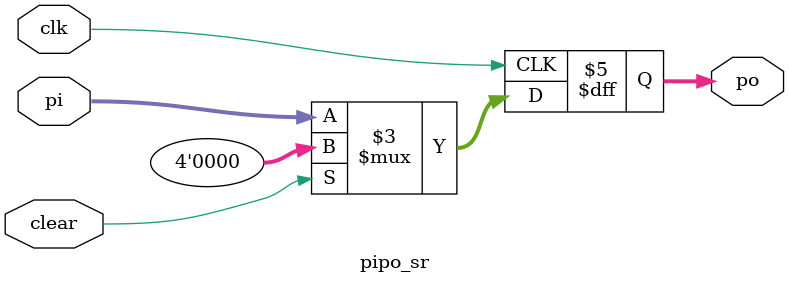
<source format=v>
`timescale 1ns / 1ps


module pipo_sr(clk,clear,pi,po);
input clk,clear;
input [3:0] pi;
output [3:0] po;
wire[3:0] pi;
reg[3:0] po;
always @(posedge clk)
begin
if(clear)
po<=4'b0000;
else
po<=pi;
end
endmodule

</source>
